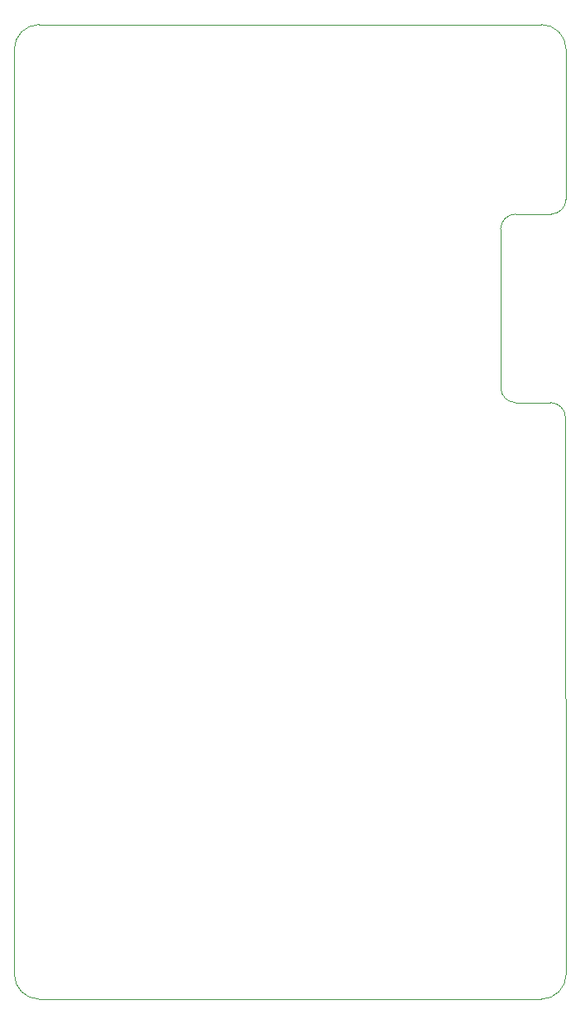
<source format=gbr>
%TF.GenerationSoftware,KiCad,Pcbnew,7.0.2*%
%TF.CreationDate,2024-01-11T01:28:16+01:00*%
%TF.ProjectId,bitaxe_RGZ_204_MOD_C,62697461-7865-45f5-9247-5a5f3230345f,rev?*%
%TF.SameCoordinates,Original*%
%TF.FileFunction,Profile,NP*%
%FSLAX46Y46*%
G04 Gerber Fmt 4.6, Leading zero omitted, Abs format (unit mm)*
G04 Created by KiCad (PCBNEW 7.0.2) date 2024-01-11 01:28:16*
%MOMM*%
%LPD*%
G01*
G04 APERTURE LIST*
%TA.AperFunction,Profile*%
%ADD10C,0.100000*%
%TD*%
G04 APERTURE END LIST*
D10*
X128566631Y-66928199D02*
G75*
G03*
X127019514Y-68468688I69J-1547201D01*
G01*
X127019513Y-68468688D02*
X127034502Y-84679029D01*
X79729000Y-47522000D02*
X131192000Y-47522000D01*
X131192000Y-147284000D02*
G75*
G03*
X133732000Y-144744000I0J2540000D01*
G01*
X133732000Y-50062000D02*
G75*
G03*
X131192000Y-47522000I-2540000J0D01*
G01*
X79729000Y-47522000D02*
G75*
G03*
X77189000Y-50062000I0J-2540000D01*
G01*
X133675000Y-87770631D02*
X133732000Y-144744000D01*
X131192000Y-147284000D02*
X79729000Y-147284000D01*
X128575000Y-86226147D02*
X132134502Y-86223513D01*
X132182169Y-66929801D02*
G75*
G03*
X133729286Y-65389312I-69J1547201D01*
G01*
X128566631Y-66928190D02*
X132182169Y-66929810D01*
X133732000Y-50062000D02*
X133729287Y-65389312D01*
X127034539Y-84679029D02*
G75*
G03*
X128575000Y-86226146I1547161J29D01*
G01*
X77189000Y-144744000D02*
G75*
G03*
X79729000Y-147284000I2540000J0D01*
G01*
X133675001Y-87770631D02*
G75*
G03*
X132134502Y-86223514I-1547201J-69D01*
G01*
X77189000Y-144744000D02*
X77189000Y-50062000D01*
M02*

</source>
